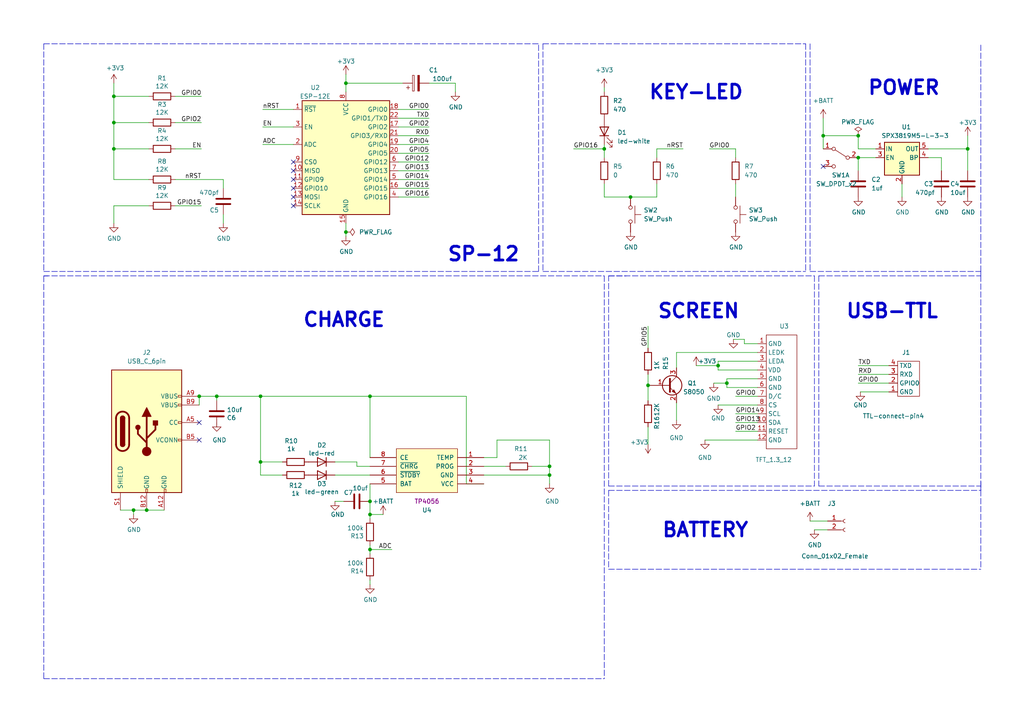
<source format=kicad_sch>
(kicad_sch (version 20211123) (generator eeschema)
  (paper "A4")
  (lib_symbols
    (symbol "Connector:Conn_01x02_Female" (pin_names (offset 1.016) hide)
      (property "Reference" "J" (at 0 2.54 0))
      (property "Value" "Conn_01x02_Female" (at 0 -5.08 0))
      (symbol "Conn_01x02_Female_1_1"
        (arc (start 0 -2.032) (mid -0.508 -2.54) (end 0 -3.048) (stroke (width 0.1524)))
        (polyline (pts (xy -1.27 -2.54) (xy -0.508 -2.54)) (stroke (width 0.1524)))
        (polyline (pts (xy -1.27 0) (xy -0.508 0)) (stroke (width 0.1524)))
        (arc (start 0 0.508) (mid -0.508 0) (end 0 -0.508) (stroke (width 0.1524)))
        (pin passive line (at -5.08 0 0) (length 3.81) (name "Pin_1") (number "1"))
        (pin passive line (at -5.08 -2.54 0) (length 3.81) (name "Pin_2") (number "2"))
      )
    )
    (symbol "Device:C" (pin_numbers hide) (pin_names (offset 0.254))
      (property "Reference" "C" (at 0.635 2.54 0))
      (property "Value" "C" (at 0.635 -2.54 0))
      (symbol "C_0_1"
        (polyline (pts (xy -2.032 -0.762) (xy 2.032 -0.762)) (stroke (width 0.508)))
        (polyline (pts (xy -2.032 0.762) (xy 2.032 0.762)) (stroke (width 0.508)))
      )
      (symbol "C_1_1"
        (pin passive line (at 0 3.81 270) (length 2.794) (name "~") (number "1"))
        (pin passive line (at 0 -3.81 90) (length 2.794) (name "~") (number "2"))
      )
    )
    (symbol "Device:C_Polarized" (pin_numbers hide) (pin_names (offset 0.254))
      (property "Reference" "C" (at 0.635 2.54 0))
      (property "Value" "C_Polarized" (at 0.635 -2.54 0))
      (symbol "C_Polarized_0_1"
        (rectangle (start -2.286 0.508) (end 2.286 1.016))
        (polyline (pts (xy -1.778 2.286) (xy -0.762 2.286)))
        (polyline (pts (xy -1.27 2.794) (xy -1.27 1.778)))
        (rectangle (start 2.286 -0.508) (end -2.286 -1.016) (fill (type outline)))
      )
      (symbol "C_Polarized_1_1"
        (pin passive line (at 0 3.81 270) (length 2.794) (name "~") (number "1"))
        (pin passive line (at 0 -3.81 90) (length 2.794) (name "~") (number "2"))
      )
    )
    (symbol "Device:D" (pin_numbers hide) (pin_names (offset 1.016) hide)
      (property "Reference" "D" (at 0 2.54 0))
      (property "Value" "D" (at 0 -2.54 0))
      (symbol "D_0_1"
        (polyline (pts (xy -1.27 1.27) (xy -1.27 -1.27)) (stroke (width 0.254)))
        (polyline (pts (xy 1.27 0) (xy -1.27 0)))
        (polyline (pts (xy 1.27 1.27) (xy 1.27 -1.27) (xy -1.27 0) (xy 1.27 1.27)) (stroke (width 0.254)))
      )
      (symbol "D_1_1"
        (pin passive line (at -3.81 0 0) (length 2.54) (name "K") (number "1"))
        (pin passive line (at 3.81 0 180) (length 2.54) (name "A") (number "2"))
      )
    )
    (symbol "Device:LED" (pin_numbers hide) (pin_names (offset 1.016) hide)
      (property "Reference" "D" (at 0 2.54 0))
      (property "Value" "LED" (at 0 -2.54 0))
      (symbol "LED_0_1"
        (polyline (pts (xy -1.27 -1.27) (xy -1.27 1.27)) (stroke (width 0.254)))
        (polyline (pts (xy -1.27 0) (xy 1.27 0)))
        (polyline (pts (xy 1.27 -1.27) (xy 1.27 1.27) (xy -1.27 0) (xy 1.27 -1.27)) (stroke (width 0.254)))
        (polyline (pts (xy -3.048 -0.762) (xy -4.572 -2.286) (xy -3.81 -2.286) (xy -4.572 -2.286) (xy -4.572 -1.524)))
        (polyline (pts (xy -1.778 -0.762) (xy -3.302 -2.286) (xy -2.54 -2.286) (xy -3.302 -2.286) (xy -3.302 -1.524)))
      )
      (symbol "LED_1_1"
        (pin passive line (at -3.81 0 0) (length 2.54) (name "K") (number "1"))
        (pin passive line (at 3.81 0 180) (length 2.54) (name "A") (number "2"))
      )
    )
    (symbol "Device:Q_NPN_BEC" (pin_names (offset 0) hide)
      (property "Reference" "Q" (at 5.08 1.27 0))
      (property "Value" "Q_NPN_BEC" (at 5.08 -1.27 0))
      (symbol "Q_NPN_BEC_0_1"
        (polyline (pts (xy 0.635 0.635) (xy 2.54 2.54)))
        (polyline (pts (xy 0.635 -0.635) (xy 2.54 -2.54) (xy 2.54 -2.54)))
        (polyline (pts (xy 0.635 1.905) (xy 0.635 -1.905) (xy 0.635 -1.905)) (stroke (width 0.508)))
        (polyline (pts (xy 1.27 -1.778) (xy 1.778 -1.27) (xy 2.286 -2.286) (xy 1.27 -1.778) (xy 1.27 -1.778)) (fill (type outline)))
        (circle (center 1.27 0) (radius 2.8194) (stroke (width 0.254)))
      )
      (symbol "Q_NPN_BEC_1_1"
        (pin input line (at -5.08 0 0) (length 5.715) (name "B") (number "1"))
        (pin passive line (at 2.54 -5.08 90) (length 2.54) (name "E") (number "2"))
        (pin passive line (at 2.54 5.08 270) (length 2.54) (name "C") (number "3"))
      )
    )
    (symbol "Device:R" (pin_numbers hide) (pin_names (offset 0))
      (property "Reference" "R" (at 2.032 0 90))
      (property "Value" "R" (at 0 0 90))
      (symbol "R_0_1"
        (rectangle (start -1.016 -2.54) (end 1.016 2.54) (stroke (width 0.254)))
      )
      (symbol "R_1_1"
        (pin passive line (at 0 3.81 270) (length 1.27) (name "~") (number "1"))
        (pin passive line (at 0 -3.81 90) (length 1.27) (name "~") (number "2"))
      )
    )
    (symbol "My-lib:TFT_1.3_12"
      (property "Reference" "J" (at 1.27 5.08 0))
      (property "Value" "TFT_1.3_12" (at 2.54 -33.02 0))
      (symbol "TFT_1.3_12_0_1"
        (rectangle (start 1.27 3.81) (end 10.16 -29.21))
      )
      (symbol "TFT_1.3_12_1_1"
        (pin free line (at -1.27 1.27 0) (length 2.54) (name "GND") (number "1"))
        (pin free line (at -1.27 -21.59 0) (length 2.54) (name "SDA") (number "10"))
        (pin free line (at -1.27 -24.13 0) (length 2.54) (name "RESET") (number "11"))
        (pin free line (at -1.27 -26.67 0) (length 2.54) (name "GND") (number "12"))
        (pin free line (at -1.27 -1.27 0) (length 2.54) (name "LEDK") (number "2"))
        (pin free line (at -1.27 -3.81 0) (length 2.54) (name "LEDA") (number "3"))
        (pin free line (at -1.27 -6.35 0) (length 2.54) (name "VDD") (number "4"))
        (pin free line (at -1.27 -8.89 0) (length 2.54) (name "GND") (number "5"))
        (pin free line (at -1.27 -11.43 0) (length 2.54) (name "GND") (number "6"))
        (pin free line (at -1.27 -13.97 0) (length 2.54) (name "D/C") (number "7"))
        (pin free line (at -1.27 -16.51 0) (length 2.54) (name "CS") (number "8"))
        (pin free line (at -1.27 -19.05 0) (length 2.54) (name "SCL") (number "9"))
      )
    )
    (symbol "My-lib:TTL-connect-pin4"
      (property "Reference" "J" (at 0 6.35 0))
      (property "Value" "TTL-connect-pin4" (at -1.27 -7.62 0))
      (symbol "TTL-connect-pin4_0_1"
        (rectangle (start -2.54 5.08) (end 3.81 -5.08))
      )
      (symbol "TTL-connect-pin4_1_1"
        (pin free line (at -5.08 -3.81 0) (length 2.54) (name "GND") (number "1"))
        (pin free line (at -5.08 -1.27 0) (length 2.54) (name "GPIO0") (number "2"))
        (pin free line (at -5.08 1.27 0) (length 2.54) (name "RXD") (number "3"))
        (pin free line (at -5.08 3.81 0) (length 2.54) (name "TXD") (number "4"))
      )
    )
    (symbol "My-lib:USB_C_6pin" (pin_names (offset 1.016))
      (property "Reference" "J" (at -10.16 19.05 0))
      (property "Value" "USB_C_6pin" (at 12.7 19.05 0))
      (symbol "USB_C_6pin_0_0"
        (rectangle (start -0.254 -17.78) (end 0.254 -16.764))
        (rectangle (start 5.08 -17.78) (end 5.588 -16.764))
        (rectangle (start 10.16 -2.286) (end 9.144 -2.794))
        (rectangle (start 10.16 2.794) (end 9.144 2.286))
        (rectangle (start 10.16 7.874) (end 9.144 7.366))
        (rectangle (start 10.16 10.414) (end 9.144 9.906))
      )
      (symbol "USB_C_6pin_0_1"
        (rectangle (start -10.16 17.78) (end 10.16 -17.78) (stroke (width 0.254)) (fill (type background)))
        (arc (start -8.89 -3.81) (mid -6.985 -5.715) (end -5.08 -3.81) (stroke (width 0.508)))
        (arc (start -7.62 -3.81) (mid -6.985 -4.445) (end -6.35 -3.81) (stroke (width 0.254)))
        (arc (start -7.62 -3.81) (mid -6.985 -4.445) (end -6.35 -3.81) (stroke (width 0.254)) (fill (type outline)))
        (rectangle (start -7.62 -3.81) (end -6.35 3.81) (stroke (width 0.254)) (fill (type outline)))
        (arc (start -6.35 3.81) (mid -6.985 4.445) (end -7.62 3.81) (stroke (width 0.254)))
        (arc (start -6.35 3.81) (mid -6.985 4.445) (end -7.62 3.81) (stroke (width 0.254)) (fill (type outline)))
        (arc (start -5.08 3.81) (mid -6.985 5.715) (end -8.89 3.81) (stroke (width 0.508)))
        (circle (center -2.54 1.143) (radius 0.635) (stroke (width 0.254)) (fill (type outline)))
        (circle (center 0 -5.842) (radius 1.27) (fill (type outline)))
        (polyline (pts (xy -8.89 -3.81) (xy -8.89 3.81)) (stroke (width 0.508)))
        (polyline (pts (xy -5.08 3.81) (xy -5.08 -3.81)) (stroke (width 0.508)))
        (polyline (pts (xy 0 -5.842) (xy 0 4.318)) (stroke (width 0.508)))
        (polyline (pts (xy 0 -3.302) (xy -2.54 -0.762) (xy -2.54 0.508)) (stroke (width 0.508)))
        (polyline (pts (xy 0 -2.032) (xy 2.54 0.508) (xy 2.54 1.778)) (stroke (width 0.508)))
        (polyline (pts (xy -1.27 4.318) (xy 0 6.858) (xy 1.27 4.318) (xy -1.27 4.318)) (stroke (width 0.254)) (fill (type outline)))
        (rectangle (start 1.905 1.778) (end 3.175 3.048) (stroke (width 0.254)) (fill (type outline)))
      )
      (symbol "USB_C_6pin_1_1"
        (pin passive line (at 5.08 -22.86 90) (length 5.08) (name "GND") (number "A12"))
        (pin bidirectional line (at 15.24 2.54 180) (length 5.08) (name "CC") (number "A5"))
        (pin passive line (at 15.24 10.16 180) (length 5.08) (name "VBUS") (number "A9"))
        (pin passive line (at 0 -22.86 90) (length 5.08) (name "GND") (number "B12"))
        (pin bidirectional line (at 15.24 -2.54 180) (length 5.08) (name "VCONN") (number "B5"))
        (pin passive line (at 15.24 7.62 180) (length 5.08) (name "VBUS") (number "B9"))
        (pin passive line (at -7.62 -22.86 90) (length 5.08) (name "SHIELD") (number "S1"))
      )
    )
    (symbol "RF_Module:ESP-12E"
      (property "Reference" "U" (at -12.7 19.05 0))
      (property "Value" "ESP-12E" (at 12.7 19.05 0))
      (symbol "ESP-12E_0_1"
        (rectangle (start -12.7 17.78) (end 12.7 -15.24) (stroke (width 0.254)) (fill (type background)))
      )
      (symbol "ESP-12E_1_1"
        (pin input line (at -15.24 15.24 0) (length 2.54) (name "~{RST}") (number "1"))
        (pin bidirectional line (at -15.24 -2.54 0) (length 2.54) (name "MISO") (number "10"))
        (pin bidirectional line (at -15.24 -5.08 0) (length 2.54) (name "GPIO9") (number "11"))
        (pin bidirectional line (at -15.24 -7.62 0) (length 2.54) (name "GPIO10") (number "12"))
        (pin bidirectional line (at -15.24 -10.16 0) (length 2.54) (name "MOSI") (number "13"))
        (pin bidirectional line (at -15.24 -12.7 0) (length 2.54) (name "SCLK") (number "14"))
        (pin power_in line (at 0 -17.78 90) (length 2.54) (name "GND") (number "15"))
        (pin bidirectional line (at 15.24 -7.62 180) (length 2.54) (name "GPIO15") (number "16"))
        (pin bidirectional line (at 15.24 10.16 180) (length 2.54) (name "GPIO2") (number "17"))
        (pin bidirectional line (at 15.24 15.24 180) (length 2.54) (name "GPIO0") (number "18"))
        (pin bidirectional line (at 15.24 5.08 180) (length 2.54) (name "GPIO4") (number "19"))
        (pin input line (at -15.24 5.08 0) (length 2.54) (name "ADC") (number "2"))
        (pin bidirectional line (at 15.24 2.54 180) (length 2.54) (name "GPIO5") (number "20"))
        (pin bidirectional line (at 15.24 7.62 180) (length 2.54) (name "GPIO3/RXD") (number "21"))
        (pin bidirectional line (at 15.24 12.7 180) (length 2.54) (name "GPIO1/TXD") (number "22"))
        (pin input line (at -15.24 10.16 0) (length 2.54) (name "EN") (number "3"))
        (pin bidirectional line (at 15.24 -10.16 180) (length 2.54) (name "GPIO16") (number "4"))
        (pin bidirectional line (at 15.24 -5.08 180) (length 2.54) (name "GPIO14") (number "5"))
        (pin bidirectional line (at 15.24 0 180) (length 2.54) (name "GPIO12") (number "6"))
        (pin bidirectional line (at 15.24 -2.54 180) (length 2.54) (name "GPIO13") (number "7"))
        (pin power_in line (at 0 20.32 270) (length 2.54) (name "VCC") (number "8"))
        (pin input line (at -15.24 0 0) (length 2.54) (name "CS0") (number "9"))
      )
    )
    (symbol "Regulator_Linear:SPX3819M5-L-3-3" (pin_names (offset 0.254))
      (property "Reference" "U" (at -3.81 5.715 0))
      (property "Value" "SPX3819M5-L-3-3" (at 0 5.715 0))
      (symbol "SPX3819M5-L-3-3_0_1"
        (rectangle (start -5.08 4.445) (end 5.08 -5.08) (stroke (width 0.254)) (fill (type background)))
      )
      (symbol "SPX3819M5-L-3-3_1_1"
        (pin power_in line (at -7.62 2.54 0) (length 2.54) (name "IN") (number "1"))
        (pin power_in line (at 0 -7.62 90) (length 2.54) (name "GND") (number "2"))
        (pin input line (at -7.62 0 0) (length 2.54) (name "EN") (number "3"))
        (pin input line (at 7.62 0 180) (length 2.54) (name "BP") (number "4"))
        (pin power_out line (at 7.62 2.54 180) (length 2.54) (name "OUT") (number "5"))
      )
    )
    (symbol "Switch:SW_DPDT_x2" (pin_names (offset 0) hide)
      (property "Reference" "SW" (at 0 4.318 0))
      (property "Value" "SW_DPDT_x2" (at 0 -5.08 0))
      (symbol "SW_DPDT_x2_0_0"
        (circle (center -2.032 0) (radius 0.508))
        (circle (center 2.032 -2.54) (radius 0.508))
      )
      (symbol "SW_DPDT_x2_0_1"
        (polyline (pts (xy -1.524 0.254) (xy 1.651 2.286)))
        (circle (center 2.032 2.54) (radius 0.508))
      )
      (symbol "SW_DPDT_x2_1_1"
        (pin passive line (at 5.08 2.54 180) (length 2.54) (name "A") (number "1"))
        (pin passive line (at -5.08 0 0) (length 2.54) (name "B") (number "2"))
        (pin passive line (at 5.08 -2.54 180) (length 2.54) (name "C") (number "3"))
      )
      (symbol "SW_DPDT_x2_2_1"
        (pin passive line (at 5.08 2.54 180) (length 2.54) (name "A") (number "4"))
        (pin passive line (at -5.08 0 0) (length 2.54) (name "B") (number "5"))
        (pin passive line (at 5.08 -2.54 180) (length 2.54) (name "C") (number "6"))
      )
    )
    (symbol "Switch:SW_Push" (pin_numbers hide) (pin_names (offset 1.016) hide)
      (property "Reference" "SW" (at 1.27 2.54 0))
      (property "Value" "SW_Push" (at 0 -1.524 0))
      (symbol "SW_Push_0_1"
        (circle (center -2.032 0) (radius 0.508))
        (polyline (pts (xy 0 1.27) (xy 0 3.048)))
        (polyline (pts (xy 2.54 1.27) (xy -2.54 1.27)))
        (circle (center 2.032 0) (radius 0.508))
        (pin passive line (at -5.08 0 0) (length 2.54) (name "1") (number "1"))
        (pin passive line (at 5.08 0 180) (length 2.54) (name "2") (number "2"))
      )
    )
    (symbol "lc_IC:TP4056_[C16581]" (pin_names (offset 1.016))
      (property "Reference" "U" (at -0.0254 1.27 0))
      (property "Comment" "TP4056" (at 3.7846 1.27 0))
      (symbol "TP4056_[C16581]_1_1"
        (rectangle (start 7.62 -12.7) (end 25.4 0) (fill (type background)))
        (pin passive line (at 0 -2.54 0) (length 7.62) (name "TEMP") (number "1"))
        (pin passive line (at 0 -5.08 0) (length 7.62) (name "PROG") (number "2"))
        (pin passive line (at 0 -7.62 0) (length 7.62) (name "GND") (number "3"))
        (pin passive line (at 0 -10.16 0) (length 7.62) (name "VCC") (number "4"))
        (pin passive line (at 33.02 -10.16 180) (length 7.62) (name "BAT") (number "5"))
        (pin passive line (at 33.02 -7.62 180) (length 7.62) (name "~{STDBY}") (number "6"))
        (pin passive line (at 33.02 -5.08 180) (length 7.62) (name "~{CHRG}") (number "7"))
        (pin passive line (at 33.02 -2.54 180) (length 7.62) (name "CE") (number "8"))
      )
    )
    (symbol "power:+3V3" (power) (pin_names (offset 0))
      (property "Value" "+3V3" (at 0 3.556 0))
      (symbol "+3V3_0_1"
        (polyline (pts (xy -0.762 1.27) (xy 0 2.54)))
        (polyline (pts (xy 0 0) (xy 0 2.54)))
        (polyline (pts (xy 0 2.54) (xy 0.762 1.27)))
      )
      (symbol "+3V3_1_1"
        (pin power_in line (at 0 0 90) (length 0) hide (name "+3V3") (number "1"))
      )
    )
    (symbol "power:+BATT" (power) (pin_names (offset 0))
      (property "Value" "+BATT" (at 0 3.556 0))
      (symbol "+BATT_0_1"
        (polyline (pts (xy -0.762 1.27) (xy 0 2.54)))
        (polyline (pts (xy 0 0) (xy 0 2.54)))
        (polyline (pts (xy 0 2.54) (xy 0.762 1.27)))
      )
      (symbol "+BATT_1_1"
        (pin power_in line (at 0 0 90) (length 0) hide (name "+BATT") (number "1"))
      )
    )
    (symbol "power:GND" (power) (pin_names (offset 0))
      (property "Value" "GND" (at 0 -3.81 0))
      (symbol "GND_0_1"
        (polyline (pts (xy 0 0) (xy 0 -1.27) (xy 1.27 -1.27) (xy 0 -2.54) (xy -1.27 -1.27) (xy 0 -1.27)))
      )
      (symbol "GND_1_1"
        (pin power_in line (at 0 0 270) (length 0) hide (name "GND") (number "1"))
      )
    )
    (symbol "power:PWR_FLAG" (power) (pin_numbers hide) (pin_names (offset 0) hide)
      (property "Value" "PWR_FLAG" (at 0 3.81 0))
      (symbol "PWR_FLAG_0_0"
        (pin power_out line (at 0 0 90) (length 0) (name "pwr") (number "1"))
      )
      (symbol "PWR_FLAG_0_1"
        (polyline (pts (xy 0 0) (xy 0 1.27) (xy -1.016 1.905) (xy 0 2.54) (xy 1.016 1.905) (xy 0 1.27)))
      )
    )
  )
  (junction (at 42.545 147.955))
  (junction (at 62.865 114.935))
  (junction (at 107.315 149.225))
  (junction (at 107.315 159.385))
  (junction (at 175.26 43.18))
  (junction (at 100.33 67.31))
  (junction (at 182.88 57.15))
  (junction (at 75.565 114.935))
  (junction (at 238.76 39.37))
  (junction (at 248.92 45.72))
  (junction (at 33.02 35.56))
  (junction (at 33.02 27.94))
  (junction (at 75.565 133.985))
  (junction (at 208.28 106.045))
  (junction (at 107.315 114.935))
  (junction (at 100.33 24.13))
  (junction (at 57.785 114.935))
  (junction (at 280.67 43.18))
  (junction (at 187.96 111.76))
  (junction (at 38.735 147.955))
  (junction (at 159.385 135.255))
  (junction (at 33.02 43.18))
  (junction (at 210.82 111.125))
  (junction (at 107.315 145.415))
  (junction (at 159.385 137.795))
  (junction (at 248.92 39.37))
  (no_connect (at 85.09 49.53))
  (no_connect (at 85.09 54.61))
  (no_connect (at 57.785 127.635))
  (no_connect (at 238.76 48.26))
  (no_connect (at 57.785 122.555))
  (no_connect (at 85.09 59.69))
  (no_connect (at 85.09 52.07))
  (no_connect (at 85.09 57.15))
  (no_connect (at 85.09 46.99))
  (wire (pts (xy 33.02 43.18) (xy 43.18 43.18)))
  (wire (pts (xy 100.33 24.13) (xy 100.33 26.67)))
  (wire (pts (xy 210.82 109.855) (xy 219.71 109.855)))
  (wire (pts (xy 210.82 111.125) (xy 210.82 112.395)))
  (polyline (pts (xy 284.48 78.74) (xy 284.48 80.01)))
  (wire (pts (xy 34.925 147.955) (xy 38.735 147.955)))
  (wire (pts (xy 62.865 114.935) (xy 62.865 116.205)))
  (wire (pts (xy 207.01 111.125) (xy 210.82 111.125)))
  (wire (pts (xy 107.315 160.655) (xy 107.315 159.385)))
  (wire (pts (xy 115.57 34.29) (xy 124.46 34.29)))
  (wire (pts (xy 107.315 159.385) (xy 113.665 159.385)))
  (wire (pts (xy 159.385 140.335) (xy 159.385 137.795)))
  (polyline (pts (xy 237.49 80.01) (xy 284.48 80.01)))
  (wire (pts (xy 269.24 43.18) (xy 280.67 43.18)))
  (wire (pts (xy 85.09 36.83) (xy 76.2 36.83)))
  (polyline (pts (xy 12.7 80.01) (xy 13.97 80.01)))
  (wire (pts (xy 124.46 24.13) (xy 132.08 24.13)))
  (wire (pts (xy 97.155 133.985) (xy 103.505 133.985)))
  (wire (pts (xy 33.02 59.69) (xy 43.18 59.69)))
  (polyline (pts (xy 176.53 140.97) (xy 236.22 140.97)))
  (wire (pts (xy 75.565 114.935) (xy 107.315 114.935)))
  (polyline (pts (xy 233.68 12.7) (xy 233.68 78.74)))
  (wire (pts (xy 85.09 31.75) (xy 76.2 31.75)))
  (wire (pts (xy 140.335 135.255) (xy 146.685 135.255)))
  (wire (pts (xy 107.315 145.415) (xy 107.315 140.335)))
  (wire (pts (xy 215.9 99.695) (xy 219.71 99.695)))
  (wire (pts (xy 50.8 52.07) (xy 64.77 52.07)))
  (wire (pts (xy 190.5 45.72) (xy 190.5 43.18)))
  (wire (pts (xy 248.92 106.045) (xy 257.81 106.045)))
  (polyline (pts (xy 176.53 80.01) (xy 181.61 80.01)))
  (wire (pts (xy 208.28 107.315) (xy 219.71 107.315)))
  (polyline (pts (xy 157.48 12.7) (xy 233.68 12.7)))
  (polyline (pts (xy 176.53 80.01) (xy 236.22 80.01)))
  (wire (pts (xy 213.36 120.015) (xy 219.71 120.015)))
  (wire (pts (xy 196.215 102.235) (xy 196.215 106.68)))
  (wire (pts (xy 75.565 137.795) (xy 75.565 133.985)))
  (wire (pts (xy 280.67 43.18) (xy 280.67 49.53)))
  (wire (pts (xy 107.315 169.545) (xy 107.315 168.275)))
  (polyline (pts (xy 176.53 140.97) (xy 176.53 80.01)))
  (wire (pts (xy 42.545 147.955) (xy 47.625 147.955)))
  (wire (pts (xy 236.22 153.67) (xy 240.03 153.67)))
  (wire (pts (xy 132.08 24.13) (xy 132.08 26.67)))
  (wire (pts (xy 213.36 122.555) (xy 219.71 122.555)))
  (wire (pts (xy 107.315 114.935) (xy 107.315 132.715)))
  (polyline (pts (xy 284.48 139.7) (xy 284.48 142.24)))
  (wire (pts (xy 140.335 137.795) (xy 159.385 137.795)))
  (wire (pts (xy 107.315 150.495) (xy 107.315 149.225)))
  (wire (pts (xy 215.9 98.425) (xy 212.725 98.425)))
  (wire (pts (xy 210.82 112.395) (xy 219.71 112.395)))
  (polyline (pts (xy 234.95 12.7) (xy 234.95 78.74)))
  (wire (pts (xy 97.155 145.415) (xy 99.695 145.415)))
  (wire (pts (xy 187.96 123.825) (xy 187.96 128.905)))
  (polyline (pts (xy 176.53 142.24) (xy 176.53 165.1)))
  (wire (pts (xy 159.385 135.255) (xy 159.385 137.795)))
  (wire (pts (xy 175.26 25.4) (xy 175.26 26.67)))
  (wire (pts (xy 50.8 59.69) (xy 58.42 59.69)))
  (wire (pts (xy 75.565 114.935) (xy 75.565 133.985)))
  (wire (pts (xy 234.95 151.13) (xy 240.03 151.13)))
  (wire (pts (xy 33.02 59.69) (xy 33.02 64.77)))
  (wire (pts (xy 38.735 147.955) (xy 38.735 149.225)))
  (polyline (pts (xy 284.48 142.24) (xy 284.48 140.97)))
  (wire (pts (xy 107.315 159.385) (xy 107.315 158.115)))
  (wire (pts (xy 175.26 41.91) (xy 175.26 43.18)))
  (polyline (pts (xy 284.48 142.24) (xy 284.48 165.1)))
  (wire (pts (xy 81.915 137.795) (xy 75.565 137.795)))
  (wire (pts (xy 261.62 57.15) (xy 261.62 53.34)))
  (wire (pts (xy 115.57 46.99) (xy 124.46 46.99)))
  (polyline (pts (xy 234.95 78.74) (xy 284.48 78.74)))
  (polyline (pts (xy 284.48 80.01) (xy 284.48 140.97)))
  (wire (pts (xy 81.915 133.985) (xy 75.565 133.985)))
  (wire (pts (xy 57.785 114.935) (xy 62.865 114.935)))
  (polyline (pts (xy 12.7 196.85) (xy 175.26 196.85)))
  (polyline (pts (xy 237.49 140.97) (xy 284.48 140.97)))
  (wire (pts (xy 248.92 45.72) (xy 248.92 49.53)))
  (wire (pts (xy 190.5 57.15) (xy 182.88 57.15)))
  (wire (pts (xy 187.96 111.76) (xy 187.96 116.205)))
  (wire (pts (xy 33.02 24.13) (xy 33.02 27.94)))
  (wire (pts (xy 238.76 34.29) (xy 238.76 39.37)))
  (wire (pts (xy 159.385 127.635) (xy 159.385 135.255)))
  (polyline (pts (xy 176.53 165.1) (xy 284.48 165.1)))
  (wire (pts (xy 135.255 114.935) (xy 107.315 114.935)))
  (wire (pts (xy 135.255 140.335) (xy 140.335 140.335)))
  (wire (pts (xy 33.02 52.07) (xy 43.18 52.07)))
  (wire (pts (xy 100.33 21.59) (xy 100.33 24.13)))
  (wire (pts (xy 175.26 57.15) (xy 182.88 57.15)))
  (wire (pts (xy 196.215 116.84) (xy 196.215 121.92)))
  (polyline (pts (xy 12.7 12.7) (xy 12.7 78.74)))
  (wire (pts (xy 115.57 41.91) (xy 124.46 41.91)))
  (wire (pts (xy 187.96 94.615) (xy 187.96 100.965)))
  (wire (pts (xy 115.57 39.37) (xy 124.46 39.37)))
  (polyline (pts (xy 157.48 78.74) (xy 233.68 78.74)))
  (wire (pts (xy 248.92 108.585) (xy 257.81 108.585)))
  (wire (pts (xy 103.505 133.985) (xy 103.505 135.255)))
  (wire (pts (xy 187.96 111.76) (xy 188.595 111.76)))
  (polyline (pts (xy 284.48 78.74) (xy 284.48 12.7)))
  (wire (pts (xy 33.02 43.18) (xy 33.02 52.07)))
  (wire (pts (xy 208.28 107.315) (xy 208.28 106.045)))
  (wire (pts (xy 33.02 35.56) (xy 33.02 43.18)))
  (wire (pts (xy 50.8 43.18) (xy 58.42 43.18)))
  (wire (pts (xy 248.92 43.18) (xy 248.92 39.37)))
  (polyline (pts (xy 157.48 12.7) (xy 157.48 78.74)))
  (wire (pts (xy 187.96 108.585) (xy 187.96 111.76)))
  (wire (pts (xy 38.735 147.955) (xy 42.545 147.955)))
  (wire (pts (xy 248.92 111.125) (xy 257.81 111.125)))
  (wire (pts (xy 190.5 43.18) (xy 198.12 43.18)))
  (wire (pts (xy 144.145 127.635) (xy 159.385 127.635)))
  (wire (pts (xy 210.82 109.855) (xy 210.82 111.125)))
  (polyline (pts (xy 12.7 80.01) (xy 175.26 80.01)))
  (polyline (pts (xy 176.53 142.24) (xy 284.48 142.24)))
  (wire (pts (xy 175.26 43.18) (xy 175.26 45.72)))
  (polyline (pts (xy 237.49 80.01) (xy 237.49 140.97)))
  (wire (pts (xy 208.28 106.045) (xy 208.28 104.775)))
  (wire (pts (xy 115.57 57.15) (xy 124.46 57.15)))
  (wire (pts (xy 103.505 135.255) (xy 107.315 135.255)))
  (wire (pts (xy 205.74 43.18) (xy 213.36 43.18)))
  (wire (pts (xy 62.865 114.935) (xy 75.565 114.935)))
  (wire (pts (xy 273.05 45.72) (xy 273.05 49.53)))
  (wire (pts (xy 213.36 45.72) (xy 213.36 43.18)))
  (wire (pts (xy 208.28 117.475) (xy 219.71 117.475)))
  (wire (pts (xy 213.36 57.15) (xy 213.36 53.34)))
  (wire (pts (xy 248.92 39.37) (xy 238.76 39.37)))
  (polyline (pts (xy 12.7 143.51) (xy 12.7 80.01)))
  (polyline (pts (xy 236.22 80.01) (xy 236.22 140.97)))
  (wire (pts (xy 115.57 31.75) (xy 124.46 31.75)))
  (wire (pts (xy 201.93 106.045) (xy 208.28 106.045)))
  (wire (pts (xy 107.315 137.795) (xy 97.155 137.795)))
  (wire (pts (xy 100.33 67.31) (xy 100.33 68.58)))
  (wire (pts (xy 115.57 44.45) (xy 124.46 44.45)))
  (wire (pts (xy 280.67 39.37) (xy 280.67 43.18)))
  (wire (pts (xy 248.92 43.18) (xy 254 43.18)))
  (wire (pts (xy 107.315 149.225) (xy 107.315 145.415)))
  (wire (pts (xy 33.02 27.94) (xy 33.02 35.56)))
  (wire (pts (xy 196.215 102.235) (xy 219.71 102.235)))
  (polyline (pts (xy 12.7 144.78) (xy 12.7 196.85)))
  (wire (pts (xy 33.02 35.56) (xy 43.18 35.56)))
  (wire (pts (xy 57.785 114.935) (xy 57.785 117.475)))
  (wire (pts (xy 50.8 27.94) (xy 58.42 27.94)))
  (wire (pts (xy 64.77 62.23) (xy 64.77 64.77)))
  (wire (pts (xy 166.37 43.18) (xy 175.26 43.18)))
  (wire (pts (xy 115.57 36.83) (xy 124.46 36.83)))
  (polyline (pts (xy 175.26 80.01) (xy 175.26 196.85)))
  (wire (pts (xy 33.02 27.94) (xy 43.18 27.94)))
  (polyline (pts (xy 156.21 78.74) (xy 156.21 12.7)))
  (wire (pts (xy 64.77 52.07) (xy 64.77 54.61)))
  (wire (pts (xy 213.36 114.935) (xy 219.71 114.935)))
  (wire (pts (xy 204.47 127.635) (xy 219.71 127.635)))
  (wire (pts (xy 215.9 99.695) (xy 215.9 98.425)))
  (wire (pts (xy 213.36 125.095) (xy 219.71 125.095)))
  (wire (pts (xy 115.57 49.53) (xy 124.46 49.53)))
  (wire (pts (xy 62.865 123.825) (xy 62.865 122.555)))
  (wire (pts (xy 115.57 52.07) (xy 124.46 52.07)))
  (wire (pts (xy 100.33 64.77) (xy 100.33 67.31)))
  (wire (pts (xy 100.33 24.13) (xy 116.84 24.13)))
  (wire (pts (xy 50.8 35.56) (xy 58.42 35.56)))
  (wire (pts (xy 115.57 54.61) (xy 124.46 54.61)))
  (polyline (pts (xy 12.7 78.74) (xy 156.21 78.74)))
  (wire (pts (xy 208.28 104.775) (xy 219.71 104.775)))
  (wire (pts (xy 144.145 132.715) (xy 144.145 127.635)))
  (wire (pts (xy 85.09 41.91) (xy 76.2 41.91)))
  (polyline (pts (xy 12.7 12.7) (xy 156.21 12.7)))
  (wire (pts (xy 269.24 45.72) (xy 273.05 45.72)))
  (wire (pts (xy 249.555 113.665) (xy 257.81 113.665)))
  (wire (pts (xy 111.125 149.225) (xy 107.315 149.225)))
  (wire (pts (xy 175.26 53.34) (xy 175.26 57.15)))
  (wire (pts (xy 190.5 53.34) (xy 190.5 57.15)))
  (wire (pts (xy 135.255 140.335) (xy 135.255 114.935)))
  (wire (pts (xy 248.92 45.72) (xy 254 45.72)))
  (wire (pts (xy 154.305 135.255) (xy 159.385 135.255)))
  (wire (pts (xy 238.76 39.37) (xy 238.76 43.18)))
  (wire (pts (xy 140.335 132.715) (xy 144.145 132.715)))
  (text "KEY-LED" (at 187.96 29.21 0) (effects (font (size 4 4) (thickness 0.8) bold) (justify left bottom)))
  (text "POWER" (at 251.46 27.94 0) (effects (font (size 4 4) (thickness 0.8) bold) (justify left bottom)))
  (text "USB-TTL" (at 245.11 92.71 0) (effects (font (size 4 4) (thickness 0.8) bold) (justify left bottom)))
  (text "注意：（每次启动、重启、唤醒）\nGPIO15 必须保持低电平，GPIO2 必须 保持高电平\nGPIO0 高电平->运行模式，低电平->刷写模式\n如果需要用到sleep 模式，GPIO16 和 RST 必须连接，\nGPIO16 会输出低电平唤醒系统\n" (at 301.625 46.99 0) (effects (font (size 1.5 1.5)) (justify left bottom)))
  (text "CHARGE\n" (at 87.63 95.25 0) (effects (font (size 4 4) (thickness 0.8) bold) (justify left bottom)))
  (text "BATTERY" (at 191.77 156.21 0) (effects (font (size 4 4) (thickness 0.8) bold) (justify left bottom)))
  (text "SCREEN" (at 190.5 92.71 0) (effects (font (size 4 4) (thickness 0.8) bold) (justify left bottom)))
  (text "SP-12\n" (at 129.54 76.2 0) (effects (font (size 4 4) (thickness 0.8) bold) (justify left bottom)))
  (label "ADC" (at 113.665 159.385 180))
  (label "nRST" (at 58.42 52.07 180))
  (label "GPIO2" (at 213.36 125.095 0))
  (label "GPIO2" (at 124.46 36.83 180))
  (label "EN" (at 76.2 36.83 0))
  (label "ADC" (at 76.2 41.91 0))
  (label "GPIO13" (at 213.36 122.555 0))
  (label "TXD" (at 248.92 106.045 0))
  (label "GPIO14" (at 124.46 52.07 180))
  (label "nRST" (at 76.2 31.75 0))
  (label "GPIO0" (at 213.36 114.935 0))
  (label "GPIO0" (at 124.46 31.75 180))
  (label "GPIO4" (at 124.46 41.91 180))
  (label "GPIO16" (at 124.46 57.15 180))
  (label "GPIO13" (at 124.46 49.53 180))
  (label "GPIO16" (at 166.37 43.18 0))
  (label "GPIO5" (at 187.96 94.615 270))
  (label "TXD" (at 124.46 34.29 180))
  (label "RXD" (at 248.92 108.585 0))
  (label "nRST" (at 198.12 43.18 180))
  (label "GPIO0" (at 205.74 43.18 0))
  (label "RXD" (at 124.46 39.37 180))
  (label "GPIO15" (at 124.46 54.61 180))
  (label "GPIO12" (at 124.46 46.99 180))
  (label "EN" (at 58.42 43.18 180))
  (label "GPIO15" (at 58.42 59.69 180))
  (label "GPIO5" (at 124.46 44.45 180))
  (label "GPIO0" (at 248.92 111.125 0))
  (label "GPIO0" (at 58.42 27.94 180))
  (label "GPIO14" (at 213.36 120.015 0))
  (label "GPIO2" (at 58.42 35.56 180))
  (symbol (lib_id "Device:D") (at 93.345 133.985 180) (unit 1)
    (property "Reference" "D2" (at 93.345 129.1336 0))
    (property "Value" "led-red" (at 93.345 131.445 0))
    (property "Footprint" "LED_SMD:LED_0402_1005Metric" (effects hide))
  )
  (symbol (lib_id "power:GND") (at 236.22 153.67 0) (unit 1)
    (property "Reference" "#PWR028" (effects hide))
    (property "Value" "GND" (at 236.347 158.0642 0))
  )
  (symbol (lib_id "power:GND") (at 64.77 64.77 0) (unit 1)
    (property "Reference" "#PWR012" (effects hide))
    (property "Value" "GND" (at 64.897 69.1642 0))
  )
  (symbol (lib_id "power:GND") (at 38.735 149.225 0) (unit 1)
    (property "Reference" "#PWR025" (effects hide))
    (property "Value" "GND" (at 38.862 153.6192 0))
  )
  (symbol (lib_id "power:GND") (at 62.865 122.555 0) (mirror y) (unit 1)
    (property "Reference" "#PWR021" (effects hide))
    (property "Value" "GND" (at 61.595 127.635 0) (effects (justify right)))
  )
  (symbol (lib_id "Device:C") (at 64.77 58.42 180) (unit 1)
    (property "Reference" "C5" (at 63.5 60.96 0) (effects (justify left)))
    (property "Value" "470pf" (at 63.5 55.88 0) (effects (justify left)))
    (property "Footprint" "Capacitor_SMD:C_0402_1005Metric" (effects hide))
  )
  (symbol (lib_id "power:GND") (at 261.62 57.15 0) (unit 1)
    (property "Reference" "#PWR08" (effects hide))
    (property "Value" "GND" (at 261.747 61.5442 0))
  )
  (symbol (lib_id "Device:C") (at 280.67 53.34 0) (unit 1)
    (property "Reference" "C4" (at 275.59 53.34 0) (effects (justify left)))
    (property "Value" "10uf" (at 275.59 55.88 0) (effects (justify left)))
    (property "Footprint" "Capacitor_SMD:C_0402_1005Metric" (effects hide))
  )
  (symbol (lib_id "Device:R") (at 46.99 43.18 270) (unit 1)
    (property "Reference" "R4" (at 46.99 37.9222 90))
    (property "Value" "12K" (at 46.99 40.2336 90))
    (property "Footprint" "Resistor_SMD:R_0402_1005Metric" (effects hide))
  )
  (symbol (lib_id "Device:C") (at 62.865 120.015 0) (mirror x) (unit 1)
    (property "Reference" "C6" (at 65.786 121.1834 0) (effects (justify left)))
    (property "Value" "10uf" (at 65.786 118.872 0) (effects (justify left)))
    (property "Footprint" "Capacitor_SMD:C_0402_1005Metric" (effects hide))
  )
  (symbol (lib_id "power:GND") (at 196.215 121.92 0) (mirror y) (unit 1)
    (property "Reference" "#PWR030" (effects hide))
    (property "Value" "GND" (at 196.215 127 0))
  )
  (symbol (lib_id "power:+3V3") (at 175.26 25.4 0) (unit 1)
    (property "Reference" "#PWR03" (effects hide))
    (property "Value" "+3V3" (at 175.26 20.32 0))
  )
  (symbol (lib_id "Device:R") (at 85.725 137.795 270) (unit 1)
    (property "Reference" "R12" (at 85.725 140.8176 90))
    (property "Value" "1k" (at 85.725 143.129 90))
    (property "Footprint" "Resistor_SMD:R_0402_1005Metric" (effects hide))
  )
  (symbol (lib_id "Device:C") (at 103.505 145.415 270) (mirror x) (unit 1)
    (property "Reference" "C7" (at 99.695 142.875 90) (effects (justify left)))
    (property "Value" "10uf" (at 102.235 141.605 90) (effects (justify left)))
    (property "Footprint" "Capacitor_SMD:C_0402_1005Metric" (effects hide))
  )
  (symbol (lib_id "power:GND") (at 208.28 117.475 0) (mirror y) (unit 1)
    (property "Reference" "#PWR0101" (effects hide))
    (property "Value" "GND" (at 208.28 121.285 0))
  )
  (symbol (lib_id "My-lib:TTL-connect-pin4") (at 262.89 109.855 0) (unit 1)
    (property "Reference" "J1" (at 261.62 102.235 0) (effects (justify left)))
    (property "Value" "TTL-connect-pin4" (at 250.19 120.65 0) (effects (justify left)))
    (property "Footprint" "Connector_PinHeader_1.27mm:PinHeader_1x04_P1.27mm_Vertical" (effects hide))
  )
  (symbol (lib_id "Device:R") (at 46.99 52.07 270) (unit 1)
    (property "Reference" "R8" (at 46.99 46.8122 90))
    (property "Value" "12K" (at 46.99 49.1236 90))
    (property "Footprint" "Resistor_SMD:R_0402_1005Metric" (effects hide))
  )
  (symbol (lib_id "power:+BATT") (at 111.125 149.225 0) (unit 1)
    (property "Reference" "#PWR026" (effects hide))
    (property "Value" "+BATT" (at 111.125 145.415 0))
  )
  (symbol (lib_id "power:+3V3") (at 187.96 128.905 180) (unit 1)
    (property "Reference" "#PWR031" (effects hide))
    (property "Value" "+3V3" (at 185.42 128.27 0))
  )
  (symbol (lib_id "Device:R") (at 46.99 35.56 270) (unit 1)
    (property "Reference" "R3" (at 46.99 30.3022 90))
    (property "Value" "12K" (at 46.99 32.6136 90))
    (property "Footprint" "Resistor_SMD:R_0402_1005Metric" (effects hide))
  )
  (symbol (lib_id "power:GND") (at 33.02 64.77 0) (unit 1)
    (property "Reference" "#PWR011" (effects hide))
    (property "Value" "GND" (at 33.147 69.1642 0))
  )
  (symbol (lib_id "Switch:SW_Push") (at 213.36 62.23 270) (unit 1)
    (property "Reference" "SW3" (at 217.17 60.9599 90) (effects (justify left)))
    (property "Value" "SW_Push" (at 217.17 63.4999 90) (effects (justify left)))
    (property "Footprint" "My-lib:Button_SMD,3x4x2mm" (effects hide))
  )
  (symbol (lib_id "power:GND") (at 207.01 111.125 0) (mirror y) (unit 1)
    (property "Reference" "#PWR018" (effects hide))
    (property "Value" "GND" (at 207.01 115.57 0))
  )
  (symbol (lib_id "power:GND") (at 273.05 57.15 0) (unit 1)
    (property "Reference" "#PWR09" (effects hide))
    (property "Value" "GND" (at 273.177 61.5442 0))
  )
  (symbol (lib_id "power:+3V3") (at 100.33 21.59 0) (unit 1)
    (property "Reference" "#PWR01" (effects hide))
    (property "Value" "+3V3" (at 100.33 17.78 0))
  )
  (symbol (lib_id "Switch:SW_Push") (at 182.88 62.23 270) (unit 1)
    (property "Reference" "SW2" (at 186.69 60.9599 90) (effects (justify left)))
    (property "Value" "SW_Push" (at 186.69 63.4999 90) (effects (justify left)))
    (property "Footprint" "My-lib:Button_SMD,3x4x2mm" (effects hide))
  )
  (symbol (lib_id "Device:R") (at 46.99 27.94 270) (unit 1)
    (property "Reference" "R1" (at 46.99 22.6822 90))
    (property "Value" "12K" (at 46.99 24.9936 90))
    (property "Footprint" "Resistor_SMD:R_0402_1005Metric" (effects hide))
  )
  (symbol (lib_id "Device:R") (at 107.315 164.465 180) (unit 1)
    (property "Reference" "R14" (at 105.537 165.6334 0) (effects (justify left)))
    (property "Value" "100k" (at 105.537 163.322 0) (effects (justify left)))
    (property "Footprint" "Resistor_SMD:R_0402_1005Metric" (effects hide))
  )
  (symbol (lib_id "Device:D") (at 93.345 137.795 180) (unit 1)
    (property "Reference" "D3" (at 93.345 140.335 0))
    (property "Value" "led-green" (at 93.345 142.6464 0))
    (property "Footprint" "LED_SMD:LED_0402_1005Metric" (effects hide))
  )
  (symbol (lib_id "Device:R") (at 190.5 49.53 0) (unit 1)
    (property "Reference" "R6" (at 193.04 48.2599 0) (effects (justify left)))
    (property "Value" "470" (at 193.04 50.7999 0) (effects (justify left)))
    (property "Footprint" "Resistor_SMD:R_0402_1005Metric" (effects hide))
  )
  (symbol (lib_id "power:GND") (at 182.88 67.31 0) (unit 1)
    (property "Reference" "#PWR013" (effects hide))
    (property "Value" "GND" (at 183.007 71.7042 0))
  )
  (symbol (lib_id "Device:C_Polarized") (at 120.65 24.13 90) (unit 1)
    (property "Reference" "C1" (at 125.73 20.32 90))
    (property "Value" "100uf" (at 128.27 22.86 90))
    (property "Footprint" "lc_lib:CASE-B_3528" (effects hide))
  )
  (symbol (lib_id "power:+BATT") (at 238.76 34.29 0) (unit 1)
    (property "Reference" "#PWR05" (effects hide))
    (property "Value" "+BATT" (at 238.76 29.21 0))
  )
  (symbol (lib_id "power:+3V3") (at 280.67 39.37 0) (unit 1)
    (property "Reference" "#PWR06" (effects hide))
    (property "Value" "+3V3" (at 280.67 35.56 0))
  )
  (symbol (lib_id "power:+3V3") (at 201.93 106.045 0) (unit 1)
    (property "Reference" "#PWR017" (effects hide))
    (property "Value" "+3V3" (at 205.105 104.775 0))
  )
  (symbol (lib_id "power:GND") (at 213.36 67.31 0) (unit 1)
    (property "Reference" "#PWR014" (effects hide))
    (property "Value" "GND" (at 213.487 71.7042 0))
  )
  (symbol (lib_id "Device:C") (at 273.05 53.34 0) (unit 1)
    (property "Reference" "C3" (at 267.97 53.34 0) (effects (justify left)))
    (property "Value" "470pf" (at 265.43 55.88 0) (effects (justify left)))
    (property "Footprint" "Capacitor_SMD:C_0402_1005Metric" (effects hide))
  )
  (symbol (lib_id "power:GND") (at 249.555 113.665 0) (mirror y) (unit 1)
    (property "Reference" "#PWR019" (effects hide))
    (property "Value" "GND" (at 249.555 117.475 0))
  )
  (symbol (lib_id "power:GND") (at 100.33 68.58 0) (unit 1)
    (property "Reference" "#PWR015" (effects hide))
    (property "Value" "GND" (at 100.457 72.9742 0))
  )
  (symbol (lib_id "Device:C") (at 248.92 53.34 0) (unit 1)
    (property "Reference" "C2" (at 252.73 52.0699 0) (effects (justify left)))
    (property "Value" "1uf" (at 252.73 54.6099 0) (effects (justify left)))
    (property "Footprint" "Capacitor_SMD:C_0402_1005Metric" (effects hide))
  )
  (symbol (lib_id "power:PWR_FLAG") (at 100.33 67.31 270) (unit 1)
    (property "Reference" "#FLG02" (effects hide))
    (property "Value" "PWR_FLAG" (at 104.14 67.3099 90) (effects (justify left)))
  )
  (symbol (lib_id "Switch:SW_DPDT_x2") (at 243.84 45.72 0) (mirror y) (unit 1)
    (property "Reference" "SW1" (at 243.84 50.8 0))
    (property "Value" "SW_DPDT_x2" (at 242.57 53.34 0))
    (property "Footprint" "Button_Switch_SMD:SW_SPDT_PCM12" (effects hide))
  )
  (symbol (lib_id "Device:R") (at 175.26 30.48 0) (unit 1)
    (property "Reference" "R2" (at 177.8 29.2099 0) (effects (justify left)))
    (property "Value" "470" (at 177.8 31.7499 0) (effects (justify left)))
    (property "Footprint" "Resistor_SMD:R_0402_1005Metric" (effects hide))
  )
  (symbol (lib_id "My-lib:TFT_1.3_12") (at 220.98 100.965 0) (unit 1)
    (property "Reference" "U3" (at 226.06 94.615 0) (effects (justify left)))
    (property "Value" "TFT_1.3_12" (at 219.075 133.35 0) (effects (justify left)))
    (property "Footprint" "My-lib-footprints:TFT_1.3_12_front" (effects hide))
  )
  (symbol (lib_id "RF_Module:ESP-12E") (at 100.33 46.99 0) (unit 1)
    (property "Reference" "U2" (at 91.44 25.4 0))
    (property "Value" "ESP-12E" (at 91.44 27.94 0))
    (property "Footprint" "RF_Module:ESP-12E" (effects hide))
    (property "Datasheet" "http://wiki.ai-thinker.com/_media/esp8266/esp8266_series_modules_user_manual_v1.1.pdf" (effects hide))
  )
  (symbol (lib_id "Device:R") (at 46.99 59.69 270) (unit 1)
    (property "Reference" "R9" (at 46.99 54.4322 90))
    (property "Value" "12K" (at 46.99 56.7436 90))
    (property "Footprint" "Resistor_SMD:R_0402_1005Metric" (effects hide))
  )
  (symbol (lib_id "power:+BATT") (at 234.95 151.13 0) (unit 1)
    (property "Reference" "#PWR027" (effects hide))
    (property "Value" "+BATT" (at 234.95 146.05 0))
  )
  (symbol (lib_id "power:GND") (at 248.92 57.15 0) (unit 1)
    (property "Reference" "#PWR07" (effects hide))
    (property "Value" "GND" (at 249.047 61.5442 0))
  )
  (symbol (lib_id "power:GND") (at 132.08 26.67 0) (unit 1)
    (property "Reference" "#PWR04" (effects hide))
    (property "Value" "GND" (at 132.207 31.0642 0))
  )
  (symbol (lib_id "Device:R") (at 107.315 154.305 180) (unit 1)
    (property "Reference" "R13" (at 105.537 155.4734 0) (effects (justify left)))
    (property "Value" "100k" (at 105.537 153.162 0) (effects (justify left)))
    (property "Footprint" "Resistor_SMD:R_0402_1005Metric" (effects hide))
  )
  (symbol (lib_id "Device:R") (at 175.26 49.53 0) (unit 1)
    (property "Reference" "R5" (at 177.8 48.2599 0) (effects (justify left)))
    (property "Value" "0" (at 177.8 50.7999 0) (effects (justify left)))
    (property "Footprint" "Resistor_SMD:R_0402_1005Metric" (effects hide))
  )
  (symbol (lib_id "My-lib:USB_C_6pin") (at 42.545 125.095 0) (unit 1)
    (property "Reference" "J2" (at 42.545 102.235 0))
    (property "Value" "USB_C_6pin" (at 42.545 104.775 0))
    (property "Footprint" "My-lib-footprints:USB_C_6pin" (effects hide))
    (property "Datasheet" "https://www.usb.org/sites/default/files/documents/usb_type-c.zip" (effects hide))
  )
  (symbol (lib_id "Device:R") (at 187.96 104.775 0) (mirror y) (unit 1)
    (property "Reference" "R15" (at 193.04 107.315 90) (effects (justify left)))
    (property "Value" "1K" (at 190.5 107.315 90) (effects (justify left)))
    (property "Footprint" "Resistor_SMD:R_0402_1005Metric" (effects hide))
  )
  (symbol (lib_id "power:GND") (at 204.47 127.635 0) (mirror y) (unit 1)
    (property "Reference" "#PWR022" (effects hide))
    (property "Value" "GND" (at 204.47 132.715 0))
  )
  (symbol (lib_id "Regulator_Linear:SPX3819M5-L-3-3") (at 261.62 45.72 0) (unit 1)
    (property "Reference" "U1" (at 262.89 36.83 0))
    (property "Value" "SPX3819M5-L-3-3" (at 265.43 39.37 0))
    (property "Footprint" "Package_TO_SOT_SMD:SOT-23-5" (effects hide))
    (property "Datasheet" "https://www.exar.com/content/document.ashx?id=22106&languageid=1033&type=Datasheet&partnumber=SPX3819&filename=SPX3819.pdf&part=SPX3819" (effects hide))
  )
  (symbol (lib_id "Device:R") (at 187.96 120.015 0) (mirror x) (unit 1)
    (property "Reference" "R16" (at 190.5 120.65 90) (effects (justify left)))
    (property "Value" "12K" (at 190.5 116.84 90) (effects (justify left)))
    (property "Footprint" "Resistor_SMD:R_0402_1005Metric" (effects hide))
  )
  (symbol (lib_id "Device:R") (at 85.725 133.985 270) (unit 1)
    (property "Reference" "R10" (at 84.455 127.889 90))
    (property "Value" "1k" (at 84.455 130.2004 90))
    (property "Footprint" "Resistor_SMD:R_0402_1005Metric" (effects hide))
  )
  (symbol (lib_id "Device:Q_NPN_BEC") (at 193.675 111.76 0) (unit 1)
    (property "Reference" "Q1" (at 199.39 111.125 0) (effects (justify left)))
    (property "Value" "S8050" (at 198.12 113.665 0) (effects (justify left)))
    (property "Footprint" "Package_TO_SOT_SMD:SOT-23" (effects hide))
  )
  (symbol (lib_id "Connector:Conn_01x02_Female") (at 245.11 151.13 0) (unit 1)
    (property "Reference" "J3" (at 240.03 146.05 0) (effects (justify left)))
    (property "Value" "Conn_01x02_Female" (at 232.41 161.29 0) (effects (justify left)))
    (property "Footprint" "Connector_PinHeader_2.54mm:PinHeader_1x02_P2.54mm_Vertical" (effects hide))
  )
  (symbol (lib_id "power:GND") (at 107.315 169.545 0) (unit 1)
    (property "Reference" "#PWR029" (effects hide))
    (property "Value" "GND" (at 107.442 173.9392 0))
  )
  (symbol (lib_id "Device:R") (at 150.495 135.255 90) (mirror x) (unit 1)
    (property "Reference" "R11" (at 153.035 130.175 90) (effects (justify left)))
    (property "Value" "2K" (at 153.035 132.715 90) (effects (justify left)))
    (property "Footprint" "Resistor_SMD:R_0402_1005Metric" (effects hide))
  )
  (symbol (lib_id "power:GND") (at 212.725 98.425 0) (mirror y) (unit 1)
    (property "Reference" "#PWR016" (effects hide))
    (property "Value" "GND" (at 212.725 97.155 0))
  )
  (symbol (lib_id "power:GND") (at 97.155 145.415 0) (mirror y) (unit 1)
    (property "Reference" "#PWR024" (effects hide))
    (property "Value" "GND" (at 95.885 149.225 0) (effects (justify right)))
  )
  (symbol (lib_id "Device:LED") (at 175.26 38.1 90) (unit 1)
    (property "Reference" "D1" (at 179.07 38.4174 90) (effects (justify right)))
    (property "Value" "led-white" (at 179.07 40.9574 90) (effects (justify right)))
    (property "Footprint" "LED_SMD:LED_0402_1005Metric" (effects hide))
  )
  (symbol (lib_id "power:GND") (at 159.385 140.335 0) (mirror y) (unit 1)
    (property "Reference" "#PWR023" (effects hide))
    (property "Value" "GND" (at 158.115 145.415 0) (effects (justify right)))
  )
  (symbol (lib_id "power:+3V3") (at 33.02 24.13 0) (unit 1)
    (property "Reference" "#PWR02" (effects hide))
    (property "Value" "+3V3" (at 33.401 19.7358 0))
  )
  (symbol (lib_id "power:PWR_FLAG") (at 248.92 39.37 0) (unit 1)
    (property "Reference" "#FLG01" (effects hide))
    (property "Value" "PWR_FLAG" (at 243.9799 35.3908 0) (effects (justify left)))
  )
  (symbol (lib_id "power:GND") (at 280.67 57.15 0) (unit 1)
    (property "Reference" "#PWR010" (effects hide))
    (property "Value" "GND" (at 280.797 61.5442 0))
  )
  (symbol (lib_id "lc_IC:TP4056_[C16581]") (at 140.335 130.175 0) (mirror y) (unit 1)
    (property "Reference" "U4" (at 123.825 147.955 0))
    (property "Value" "TP4056_[C16581]" (effects hide))
    (property "Footprint" "lc_lib:SOP-8_EP_150MIL" (effects hide))
    (property "Datasheet" "http://www.szlcsc.com/product/details_17264.html" (effects hide))
    (property "description" "电池电源管理" (effects hide))
    (property "ComponentLink1Description" "供应商链接" (effects hide))
    (property "Package" "SOP-8_EP_150mil" (effects hide))
    (property "Supplier" "LC" (effects hide))
    (property "SuppliersPartNumber" "C16581" (effects hide))
    (property "Comment" "TP4056" (at 123.825 145.415 0))
  )
  (symbol (lib_id "Device:R") (at 213.36 49.53 0) (unit 1)
    (property "Reference" "R7" (at 215.9 48.2599 0) (effects (justify left)))
    (property "Value" "470" (at 215.9 50.7999 0) (effects (justify left)))
    (property "Footprint" "Resistor_SMD:R_0402_1005Metric" (effects hide))
  )
)
</source>
